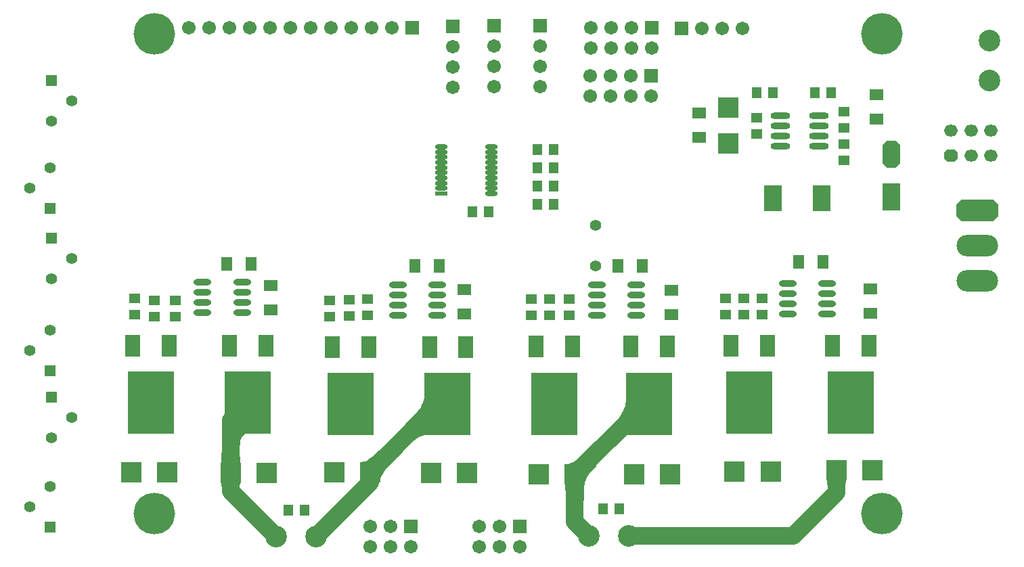
<source format=gbs>
G04 Layer_Color=16711935*
%FSLAX25Y25*%
%MOIN*%
G70*
G01*
G75*
%ADD68R,0.05800X0.06800*%
%ADD69R,0.04800X0.05800*%
%ADD78R,0.07800X0.10800*%
%ADD79R,0.22650X0.30721*%
%ADD80C,0.06706*%
%ADD81R,0.06706X0.06706*%
%ADD82O,0.06706X0.05800*%
G04:AMPARAMS|DCode=83|XSize=67.06mil|YSize=58mil|CornerRadius=0mil|HoleSize=0mil|Usage=FLASHONLY|Rotation=0.000|XOffset=0mil|YOffset=0mil|HoleType=Round|Shape=Octagon|*
%AMOCTAGOND83*
4,1,8,0.03353,-0.01450,0.03353,0.01450,0.01903,0.02900,-0.01903,0.02900,-0.03353,0.01450,-0.03353,-0.01450,-0.01903,-0.02900,0.01903,-0.02900,0.03353,-0.01450,0.0*
%
%ADD83OCTAGOND83*%

%ADD84C,0.10642*%
%ADD85C,0.05524*%
%ADD86R,0.06706X0.06706*%
%ADD87R,0.05524X0.05524*%
%ADD88O,0.20485X0.10642*%
G04:AMPARAMS|DCode=89|XSize=208mil|YSize=106.42mil|CornerRadius=0mil|HoleSize=0mil|Usage=FLASHONLY|Rotation=0.000|XOffset=0mil|YOffset=0mil|HoleType=Round|Shape=Octagon|*
%AMOCTAGOND89*
4,1,8,0.10400,-0.02661,0.10400,0.02661,0.07739,0.05321,-0.07739,0.05321,-0.10400,0.02661,-0.10400,-0.02661,-0.07739,-0.05321,0.07739,-0.05321,0.10400,-0.02661,0.0*
%
%ADD89OCTAGOND89*%

%ADD90C,0.20485*%
%ADD91R,0.09855X0.09855*%
G04:AMPARAMS|DCode=92|XSize=133.98mil|YSize=86.74mil|CornerRadius=0mil|HoleSize=0mil|Usage=FLASHONLY|Rotation=90.000|XOffset=0mil|YOffset=0mil|HoleType=Round|Shape=Octagon|*
%AMOCTAGOND92*
4,1,8,0.02168,0.06699,-0.02168,0.06699,-0.04337,0.04531,-0.04337,-0.04531,-0.02168,-0.06699,0.02168,-0.06699,0.04337,-0.04531,0.04337,0.04531,0.02168,0.06699,0.0*
%
%ADD92OCTAGOND92*%

%ADD93R,0.08674X0.13398*%
%ADD94R,0.09855X0.09855*%
%ADD95R,0.05800X0.04800*%
%ADD96R,0.06800X0.05800*%
%ADD97O,0.09658X0.03162*%
%ADD98O,0.06312X0.02375*%
%ADD99R,0.06312X0.02375*%
%ADD100O,0.08800X0.03162*%
%ADD101R,0.08674X0.12611*%
%ADD102C,0.08800*%
%ADD103C,0.05800*%
G36*
X109074Y43485D02*
X109092Y43485D01*
X109100Y43483D01*
X109109Y43483D01*
X109126Y43479D01*
X109144Y43477D01*
X109152Y43474D01*
X109160Y43473D01*
X109177Y43467D01*
X109195Y43462D01*
X109202Y43458D01*
X109210Y43456D01*
X109226Y43448D01*
X109242Y43440D01*
X109249Y43436D01*
X109257Y43433D01*
X109272Y43422D01*
X109287Y43413D01*
X109293Y43408D01*
X109300Y43403D01*
X109314Y43392D01*
X109328Y43380D01*
X109334Y43374D01*
X109340Y43369D01*
X109352Y43355D01*
X109364Y43342D01*
X109369Y43336D01*
X109374Y43330D01*
X109384Y43314D01*
X109395Y43300D01*
X109399Y43293D01*
X109404Y43286D01*
X109412Y43270D01*
X109420Y43254D01*
X109423Y43246D01*
X109427Y43239D01*
X109432Y43222D01*
X109439Y43205D01*
X109441Y43197D01*
X109444Y43189D01*
X109447Y43172D01*
X109451Y43154D01*
X109452Y43146D01*
X109454Y43138D01*
X109455Y43120D01*
X109457Y43102D01*
X109457Y43094D01*
X109457Y43085D01*
X109456Y43067D01*
X109456Y43049D01*
X109454Y43041D01*
X109454Y43033D01*
X109450Y43015D01*
X109448Y42998D01*
X109445Y42990D01*
X109444Y42982D01*
X109438Y42965D01*
X109433Y42947D01*
X109429Y42940D01*
X109427Y42932D01*
X109419Y42916D01*
X109411Y42899D01*
X109407Y42892D01*
X109404Y42885D01*
X109394Y42870D01*
X109384Y42855D01*
X109379Y42848D01*
X109374Y42841D01*
X109362Y42828D01*
X109351Y42814D01*
X109345Y42808D01*
X109340Y42802D01*
X109326Y42790D01*
X109313Y42778D01*
X109307Y42773D01*
X109300Y42767D01*
X109285Y42757D01*
X109271Y42747D01*
X109264Y42743D01*
X109257Y42738D01*
X109241Y42730D01*
X109234Y42727D01*
X109181Y42571D01*
X109122Y42292D01*
X109069Y41911D01*
X108989Y40848D01*
X108943Y38550D01*
X108941Y38528D01*
X108939Y38506D01*
X108938Y38502D01*
X108938Y38498D01*
X108933Y38476D01*
X108929Y38454D01*
X108928Y38451D01*
X108927Y38447D01*
X108919Y38426D01*
X108912Y38405D01*
X108910Y38401D01*
X108909Y38397D01*
X108899Y38378D01*
X108889Y38358D01*
X108887Y38354D01*
X108885Y38351D01*
X108872Y38333D01*
X108860Y38314D01*
X108857Y38311D01*
X108855Y38308D01*
X108840Y38292D01*
X108825Y38275D01*
X108822Y38272D01*
X108819Y38269D01*
X108803Y38255D01*
X108786Y38240D01*
X108782Y38238D01*
X108779Y38235D01*
X108761Y38223D01*
X108742Y38211D01*
X108739Y38209D01*
X108735Y38207D01*
X108715Y38198D01*
X108695Y38188D01*
X108691Y38186D01*
X108688Y38185D01*
X108667Y38178D01*
X108646Y38171D01*
X108642Y38170D01*
X108638Y38169D01*
X108616Y38165D01*
X108594Y38161D01*
X108590Y38160D01*
X108586Y38160D01*
X108564Y38159D01*
X108542Y38157D01*
X100542D01*
X100517Y38159D01*
X100492Y38160D01*
X100491Y38161D01*
X100489Y38161D01*
X100465Y38166D01*
X100440Y38170D01*
X100439Y38171D01*
X100438Y38171D01*
X100414Y38179D01*
X100391Y38187D01*
X100390Y38188D01*
X100388Y38188D01*
X100366Y38199D01*
X100343Y38210D01*
X100343Y38210D01*
X100341Y38211D01*
X100321Y38225D01*
X100300Y38239D01*
X100299Y38239D01*
X100298Y38240D01*
X100279Y38256D01*
X100260Y38273D01*
X100259Y38274D01*
X100258Y38275D01*
X100242Y38294D01*
X100225Y38312D01*
X100225Y38313D01*
X100224Y38314D01*
X100209Y38336D01*
X100196Y38356D01*
X100195Y38357D01*
X100195Y38358D01*
X100183Y38381D01*
X100172Y38403D01*
X100172Y38404D01*
X100171Y38405D01*
X100163Y38429D01*
X100155Y38452D01*
X100155Y38453D01*
X100155Y38454D01*
X100150Y38479D01*
X100145Y38504D01*
X100145Y38505D01*
X100144Y38506D01*
X100143Y38531D01*
X100141Y38556D01*
X100136Y39405D01*
X99958Y42307D01*
X99902Y42572D01*
X99849Y42727D01*
X99843Y42730D01*
X99827Y42738D01*
X99820Y42743D01*
X99813Y42747D01*
X99798Y42757D01*
X99783Y42767D01*
X99777Y42773D01*
X99770Y42778D01*
X99757Y42790D01*
X99744Y42802D01*
X99738Y42808D01*
X99732Y42814D01*
X99721Y42828D01*
X99709Y42841D01*
X99705Y42848D01*
X99699Y42855D01*
X99690Y42870D01*
X99680Y42885D01*
X99676Y42892D01*
X99672Y42899D01*
X99665Y42916D01*
X99657Y42932D01*
X99654Y42940D01*
X99651Y42947D01*
X99646Y42965D01*
X99640Y42982D01*
X99638Y42990D01*
X99636Y42998D01*
X99633Y43015D01*
X99630Y43033D01*
X99629Y43041D01*
X99628Y43049D01*
X99628Y43067D01*
X99626Y43085D01*
X99627Y43094D01*
X99627Y43102D01*
X99629Y43120D01*
X99630Y43138D01*
X99631Y43146D01*
X99632Y43154D01*
X99637Y43171D01*
X99640Y43189D01*
X99643Y43197D01*
X99645Y43205D01*
X99651Y43222D01*
X99657Y43239D01*
X99660Y43246D01*
X99664Y43254D01*
X99672Y43270D01*
X99680Y43286D01*
X99685Y43293D01*
X99689Y43300D01*
X99699Y43314D01*
X99709Y43330D01*
X99715Y43336D01*
X99720Y43342D01*
X99732Y43355D01*
X99744Y43369D01*
X99750Y43374D01*
X99756Y43380D01*
X99770Y43392D01*
X99783Y43403D01*
X99790Y43408D01*
X99796Y43413D01*
X99812Y43422D01*
X99827Y43433D01*
X99834Y43436D01*
X99841Y43440D01*
X99858Y43448D01*
X99874Y43456D01*
X99882Y43458D01*
X99889Y43462D01*
X99906Y43467D01*
X99923Y43473D01*
X99932Y43474D01*
X99939Y43477D01*
X99957Y43479D01*
X99975Y43483D01*
X99983Y43483D01*
X99991Y43485D01*
X100009Y43485D01*
X100027Y43486D01*
X109056D01*
X109074Y43485D01*
D02*
G37*
G36*
X407372Y44585D02*
X407388Y44585D01*
X407398Y44583D01*
X407409Y44583D01*
X407424Y44580D01*
X407440Y44578D01*
X407450Y44575D01*
X407460Y44573D01*
X407475Y44568D01*
X407490Y44563D01*
X407500Y44559D01*
X407510Y44556D01*
X407524Y44549D01*
X407539Y44543D01*
X407548Y44537D01*
X407557Y44533D01*
X407570Y44524D01*
X407584Y44516D01*
X407592Y44509D01*
X407600Y44503D01*
X407612Y44493D01*
X407625Y44483D01*
X407632Y44476D01*
X407640Y44469D01*
X407650Y44457D01*
X407661Y44446D01*
X407667Y44437D01*
X407674Y44429D01*
X407683Y44416D01*
X407693Y44404D01*
X407698Y44394D01*
X407703Y44386D01*
X407711Y44372D01*
X407718Y44358D01*
X407722Y44348D01*
X407727Y44339D01*
X407732Y44324D01*
X407738Y44309D01*
X407740Y44299D01*
X407744Y44289D01*
X407747Y44274D01*
X407751Y44258D01*
X407752Y44248D01*
X407754Y44238D01*
X407755Y44222D01*
X407757Y44206D01*
X407757Y44196D01*
X407757Y44185D01*
X407756Y44170D01*
X407756Y44154D01*
X407755Y44144D01*
X407754Y44133D01*
X407751Y44118D01*
X407748Y44102D01*
X407746Y44092D01*
X407744Y44082D01*
X407738Y44067D01*
X407734Y44052D01*
X407730Y44042D01*
X407727Y44032D01*
X407720Y44018D01*
X407714Y44003D01*
X407708Y43994D01*
X407703Y43985D01*
X407695Y43972D01*
X407687Y43958D01*
X407680Y43950D01*
X407674Y43941D01*
X407664Y43929D01*
X407654Y43917D01*
X407647Y43910D01*
X407640Y43902D01*
X407628Y43892D01*
X407617Y43881D01*
X407608Y43874D01*
X407600Y43867D01*
X407587Y43859D01*
X407575Y43849D01*
X407574Y43849D01*
X407551Y43799D01*
X407488Y43537D01*
X407425Y43124D01*
X407325Y41880D01*
X407248Y39041D01*
X407243Y37840D01*
X407241Y37815D01*
X407239Y37789D01*
X407239Y37789D01*
X407239Y37788D01*
X407234Y37764D01*
X407229Y37738D01*
X407229Y37737D01*
X407229Y37736D01*
X407221Y37713D01*
X407212Y37688D01*
X407212Y37688D01*
X407211Y37687D01*
X407200Y37664D01*
X407189Y37641D01*
X407189Y37641D01*
X407188Y37640D01*
X407174Y37619D01*
X407160Y37598D01*
X407159Y37597D01*
X407159Y37596D01*
X407142Y37577D01*
X407125Y37558D01*
X407125Y37558D01*
X407124Y37557D01*
X407104Y37540D01*
X407086Y37524D01*
X407085Y37523D01*
X407085Y37523D01*
X407064Y37509D01*
X407042Y37495D01*
X407041Y37494D01*
X407041Y37494D01*
X407019Y37483D01*
X406995Y37471D01*
X406994Y37471D01*
X406994Y37471D01*
X406970Y37463D01*
X406946Y37455D01*
X406945Y37454D01*
X406944Y37454D01*
X406919Y37449D01*
X406894Y37444D01*
X406893Y37444D01*
X406892Y37444D01*
X406867Y37443D01*
X406842Y37441D01*
X398842D01*
X398817Y37443D01*
X398791Y37444D01*
X398790Y37444D01*
X398790Y37444D01*
X398764Y37449D01*
X398740Y37454D01*
X398739Y37454D01*
X398738Y37455D01*
X398714Y37463D01*
X398690Y37471D01*
X398689Y37471D01*
X398688Y37471D01*
X398665Y37483D01*
X398643Y37494D01*
X398642Y37494D01*
X398641Y37495D01*
X398620Y37509D01*
X398599Y37523D01*
X398599Y37523D01*
X398598Y37524D01*
X398579Y37540D01*
X398560Y37557D01*
X398559Y37558D01*
X398558Y37558D01*
X398542Y37577D01*
X398525Y37596D01*
X398524Y37597D01*
X398524Y37598D01*
X398510Y37619D01*
X398496Y37640D01*
X398495Y37641D01*
X398495Y37641D01*
X398483Y37664D01*
X398472Y37687D01*
X398472Y37688D01*
X398471Y37688D01*
X398463Y37713D01*
X398455Y37736D01*
X398455Y37737D01*
X398455Y37738D01*
X398449Y37764D01*
X398445Y37788D01*
X398445Y37789D01*
X398444Y37789D01*
X398443Y37815D01*
X398441Y37840D01*
X398436Y39033D01*
X398117Y43831D01*
X398109Y43849D01*
X398109Y43849D01*
X398096Y43859D01*
X398083Y43867D01*
X398075Y43874D01*
X398067Y43881D01*
X398056Y43892D01*
X398044Y43902D01*
X398037Y43910D01*
X398029Y43917D01*
X398020Y43930D01*
X398009Y43941D01*
X398003Y43950D01*
X397997Y43958D01*
X397989Y43972D01*
X397980Y43985D01*
X397975Y43994D01*
X397970Y44003D01*
X397964Y44018D01*
X397957Y44032D01*
X397954Y44042D01*
X397949Y44052D01*
X397945Y44067D01*
X397940Y44082D01*
X397938Y44092D01*
X397935Y44102D01*
X397933Y44118D01*
X397930Y44133D01*
X397929Y44144D01*
X397928Y44154D01*
X397927Y44170D01*
X397926Y44185D01*
X397927Y44196D01*
X397927Y44206D01*
X397929Y44222D01*
X397930Y44238D01*
X397932Y44248D01*
X397933Y44258D01*
X397937Y44274D01*
X397940Y44289D01*
X397943Y44299D01*
X397946Y44309D01*
X397952Y44324D01*
X397957Y44339D01*
X397961Y44348D01*
X397965Y44358D01*
X397973Y44372D01*
X397980Y44386D01*
X397986Y44394D01*
X397991Y44404D01*
X398001Y44416D01*
X398009Y44429D01*
X398016Y44437D01*
X398022Y44446D01*
X398033Y44457D01*
X398044Y44469D01*
X398052Y44476D01*
X398059Y44483D01*
X398071Y44493D01*
X398083Y44503D01*
X398092Y44509D01*
X398100Y44516D01*
X398114Y44524D01*
X398127Y44533D01*
X398136Y44537D01*
X398145Y44543D01*
X398160Y44549D01*
X398174Y44556D01*
X398184Y44559D01*
X398193Y44563D01*
X398208Y44568D01*
X398223Y44573D01*
X398234Y44575D01*
X398244Y44578D01*
X398259Y44580D01*
X398275Y44583D01*
X398285Y44583D01*
X398296Y44585D01*
X398311Y44585D01*
X398327Y44586D01*
X407356D01*
X407372Y44585D01*
D02*
G37*
G36*
X278576Y57272D02*
X278579Y57272D01*
X278602Y57270D01*
X278625Y57269D01*
X278628Y57268D01*
X278631Y57268D01*
X278654Y57263D01*
X278677Y57259D01*
X278679Y57258D01*
X278682Y57257D01*
X278704Y57249D01*
X278726Y57242D01*
X278729Y57240D01*
X278732Y57239D01*
X278752Y57229D01*
X278773Y57219D01*
X278776Y57217D01*
X278779Y57215D01*
X278798Y57202D01*
X278817Y57189D01*
X278819Y57187D01*
X278822Y57186D01*
X278839Y57170D01*
X278856Y57155D01*
X284513Y51498D01*
X284528Y51481D01*
X284544Y51464D01*
X284546Y51461D01*
X284548Y51459D01*
X284560Y51439D01*
X284574Y51420D01*
X284575Y51417D01*
X284577Y51415D01*
X284587Y51394D01*
X284598Y51374D01*
X284599Y51371D01*
X284600Y51368D01*
X284607Y51346D01*
X284615Y51324D01*
X284616Y51321D01*
X284617Y51318D01*
X284621Y51296D01*
X284626Y51273D01*
X284626Y51270D01*
X284627Y51267D01*
X284629Y51244D01*
X284630Y51221D01*
X284630Y51218D01*
X284630Y51215D01*
X284629Y51191D01*
X284628Y51168D01*
X284627Y51165D01*
X284627Y51162D01*
X284623Y51140D01*
X284618Y51117D01*
X284617Y51114D01*
X284617Y51111D01*
X284610Y51089D01*
X284602Y51067D01*
X284601Y51064D01*
X284600Y51061D01*
X284590Y51041D01*
X284580Y51020D01*
X284578Y51017D01*
X284577Y51014D01*
X284564Y50995D01*
X284551Y50976D01*
X284549Y50973D01*
X284548Y50971D01*
X284532Y50953D01*
X284517Y50936D01*
X283450Y49835D01*
X281656Y47773D01*
X280936Y46822D01*
X280327Y45916D01*
X279833Y45062D01*
X279452Y44260D01*
X279185Y43513D01*
X279027Y42822D01*
X278972Y42153D01*
X278972Y42149D01*
X278972Y42146D01*
X278971Y42139D01*
X278970Y42133D01*
X278967Y42117D01*
X278965Y42101D01*
X278964Y42097D01*
X278963Y42094D01*
X278961Y42088D01*
X278960Y42082D01*
X278955Y42066D01*
X278950Y42051D01*
X278949Y42047D01*
X278948Y42044D01*
X278945Y42038D01*
X278943Y42032D01*
X278936Y42017D01*
X278929Y42003D01*
X278928Y41999D01*
X278926Y41996D01*
X278923Y41991D01*
X278920Y41985D01*
X278911Y41971D01*
X278903Y41958D01*
X278900Y41955D01*
X278898Y41952D01*
X278894Y41947D01*
X278891Y41941D01*
X278880Y41929D01*
X278870Y41916D01*
X278867Y41914D01*
X278865Y41911D01*
X278860Y41907D01*
X278856Y41902D01*
X278844Y41891D01*
X278832Y41880D01*
X278829Y41878D01*
X278827Y41875D01*
X278814Y41865D01*
X278775Y41758D01*
X278707Y41404D01*
X278643Y40869D01*
X278541Y39289D01*
X278459Y34179D01*
X278457Y34156D01*
X278456Y34133D01*
X278455Y34130D01*
X278455Y34127D01*
X278450Y34104D01*
X278445Y34082D01*
X278444Y34079D01*
X278444Y34075D01*
X278436Y34054D01*
X278429Y34032D01*
X278427Y34029D01*
X278426Y34026D01*
X278415Y34006D01*
X278405Y33985D01*
X278403Y33982D01*
X278402Y33979D01*
X278389Y33961D01*
X278376Y33941D01*
X278374Y33939D01*
X278372Y33936D01*
X278357Y33919D01*
X278342Y33902D01*
X278339Y33900D01*
X278337Y33898D01*
X278319Y33882D01*
X278302Y33867D01*
X278300Y33866D01*
X278297Y33863D01*
X278278Y33851D01*
X278259Y33838D01*
X278256Y33837D01*
X278253Y33835D01*
X278232Y33825D01*
X278212Y33815D01*
X278209Y33814D01*
X278206Y33813D01*
X278184Y33806D01*
X278162Y33798D01*
X278159Y33798D01*
X278156Y33797D01*
X278133Y33792D01*
X278111Y33788D01*
X278107Y33788D01*
X278104Y33787D01*
X278081Y33786D01*
X278058Y33785D01*
X270058D01*
X270032Y33786D01*
X270007Y33788D01*
X270007Y33788D01*
X270006Y33788D01*
X269980Y33793D01*
X269956Y33798D01*
X269955Y33798D01*
X269954Y33798D01*
X269931Y33806D01*
X269906Y33815D01*
X269905Y33815D01*
X269905Y33815D01*
X269882Y33826D01*
X269859Y33838D01*
X269858Y33838D01*
X269858Y33838D01*
X269836Y33853D01*
X269815Y33867D01*
X269815Y33867D01*
X269814Y33867D01*
X269795Y33884D01*
X269776Y33901D01*
X269775Y33902D01*
X269775Y33902D01*
X269758Y33921D01*
X269741Y33940D01*
X269741Y33941D01*
X269740Y33941D01*
X269726Y33962D01*
X269712Y33984D01*
X269711Y33985D01*
X269711Y33985D01*
X269700Y34007D01*
X269688Y34031D01*
X269688Y34031D01*
X269688Y34032D01*
X269680Y34056D01*
X269671Y34080D01*
X269671Y34081D01*
X269671Y34082D01*
X269666Y34106D01*
X269661Y34132D01*
X269661Y34132D01*
X269661Y34133D01*
X269659Y34158D01*
X269657Y34184D01*
X269652Y35692D01*
X269252Y41910D01*
X269251Y41911D01*
X269239Y41926D01*
X269226Y41941D01*
X269222Y41947D01*
X269218Y41952D01*
X269208Y41969D01*
X269197Y41985D01*
X269194Y41991D01*
X269190Y41996D01*
X269182Y42014D01*
X269173Y42032D01*
X269171Y42038D01*
X269169Y42044D01*
X269163Y42063D01*
X269156Y42082D01*
X269155Y42088D01*
X269153Y42094D01*
X269150Y42114D01*
X269146Y42133D01*
X269146Y42139D01*
X269145Y42146D01*
X269144Y42165D01*
X269143Y42185D01*
X269143Y42192D01*
X269143Y42198D01*
X269145Y42218D01*
X269146Y42238D01*
X269147Y42244D01*
X269148Y42250D01*
X269153Y42270D01*
X269156Y42289D01*
X269158Y42295D01*
X269160Y42301D01*
X269167Y42320D01*
X269173Y42339D01*
X269176Y42344D01*
X269178Y42350D01*
X269188Y42368D01*
X269197Y42386D01*
X269200Y42391D01*
X269203Y42397D01*
X269215Y42413D01*
X269226Y42430D01*
X269230Y42434D01*
X269233Y42439D01*
X269247Y42454D01*
X269260Y42469D01*
X269265Y42473D01*
X269269Y42478D01*
X269285Y42490D01*
X269300Y42503D01*
X269305Y42507D01*
X269310Y42511D01*
X269327Y42522D01*
X269343Y42533D01*
X269349Y42535D01*
X269354Y42539D01*
X269372Y42547D01*
X269390Y42556D01*
X269396Y42558D01*
X269402Y42560D01*
X269421Y42566D01*
X269440Y42573D01*
X269446Y42574D01*
X269452Y42576D01*
X269472Y42579D01*
X269491Y42583D01*
X269498Y42583D01*
X269504Y42584D01*
X269524Y42585D01*
X269544Y42586D01*
X277605D01*
X269260Y50931D01*
X269254Y50939D01*
X269246Y50946D01*
X269236Y50958D01*
X269226Y50971D01*
X269220Y50979D01*
X269214Y50987D01*
X269205Y51001D01*
X269197Y51014D01*
X269192Y51023D01*
X269187Y51032D01*
X269180Y51047D01*
X269173Y51061D01*
X269170Y51071D01*
X269166Y51080D01*
X269162Y51095D01*
X269156Y51111D01*
X269155Y51121D01*
X269152Y51130D01*
X269149Y51146D01*
X269146Y51162D01*
X269146Y51172D01*
X269144Y51182D01*
X269144Y51198D01*
X269143Y51215D01*
X269143Y51225D01*
X269143Y51235D01*
X269145Y51251D01*
X269146Y51267D01*
X269148Y51277D01*
X269149Y51287D01*
X269153Y51302D01*
X269156Y51318D01*
X269160Y51328D01*
X269162Y51337D01*
X269168Y51353D01*
X269173Y51368D01*
X269178Y51377D01*
X269181Y51386D01*
X269189Y51400D01*
X269197Y51415D01*
X269202Y51423D01*
X269207Y51432D01*
X269217Y51445D01*
X269226Y51459D01*
X269232Y51466D01*
X269238Y51474D01*
X269250Y51486D01*
X269260Y51498D01*
X269268Y51505D01*
X269275Y51512D01*
X269287Y51522D01*
X269300Y51533D01*
X269308Y51538D01*
X269316Y51544D01*
X269330Y51553D01*
X269343Y51562D01*
X269352Y51566D01*
X269361Y51571D01*
X269376Y51578D01*
X269390Y51585D01*
X269400Y51588D01*
X269409Y51592D01*
X269425Y51596D01*
X269440Y51602D01*
X269450Y51604D01*
X269459Y51607D01*
X269476Y51609D01*
X269491Y51612D01*
X269501Y51613D01*
X269511Y51614D01*
X270180Y51668D01*
X270871Y51826D01*
X271619Y52094D01*
X272420Y52475D01*
X273275Y52969D01*
X274180Y53577D01*
X275131Y54298D01*
X277193Y56092D01*
X278294Y57159D01*
X278311Y57174D01*
X278329Y57189D01*
X278331Y57191D01*
X278334Y57193D01*
X278353Y57206D01*
X278372Y57219D01*
X278375Y57220D01*
X278378Y57222D01*
X278398Y57231D01*
X278419Y57242D01*
X278422Y57243D01*
X278425Y57244D01*
X278447Y57251D01*
X278469Y57259D01*
X278472Y57259D01*
X278475Y57260D01*
X278497Y57264D01*
X278520Y57269D01*
X278524Y57269D01*
X278527Y57270D01*
X278550Y57271D01*
X278573Y57272D01*
X278576Y57272D01*
D02*
G37*
G36*
X177676Y58472D02*
X177679Y58472D01*
X177702Y58470D01*
X177725Y58469D01*
X177728Y58468D01*
X177731Y58468D01*
X177754Y58463D01*
X177777Y58459D01*
X177779Y58458D01*
X177782Y58457D01*
X177804Y58449D01*
X177826Y58442D01*
X177829Y58440D01*
X177832Y58439D01*
X177852Y58429D01*
X177873Y58419D01*
X177876Y58417D01*
X177878Y58415D01*
X177898Y58402D01*
X177917Y58389D01*
X177919Y58387D01*
X177922Y58386D01*
X177939Y58370D01*
X177956Y58355D01*
X183613Y52698D01*
X183628Y52681D01*
X183644Y52663D01*
X183646Y52661D01*
X183648Y52659D01*
X183660Y52640D01*
X183674Y52620D01*
X183675Y52618D01*
X183677Y52615D01*
X183687Y52595D01*
X183698Y52574D01*
X183699Y52571D01*
X183700Y52568D01*
X183707Y52546D01*
X183715Y52524D01*
X183716Y52521D01*
X183717Y52518D01*
X183721Y52496D01*
X183726Y52473D01*
X183726Y52470D01*
X183727Y52467D01*
X183729Y52444D01*
X183730Y52421D01*
X183730Y52418D01*
X183730Y52415D01*
X183729Y52391D01*
X183728Y52368D01*
X183727Y52365D01*
X183727Y52362D01*
X183722Y52340D01*
X183718Y52317D01*
X183717Y52314D01*
X183717Y52311D01*
X183710Y52289D01*
X183702Y52267D01*
X183701Y52264D01*
X183700Y52261D01*
X183690Y52241D01*
X183680Y52219D01*
X183678Y52217D01*
X183677Y52214D01*
X183664Y52195D01*
X183651Y52175D01*
X183649Y52173D01*
X183648Y52170D01*
X183633Y52153D01*
X183617Y52135D01*
X182550Y51035D01*
X180756Y48973D01*
X180036Y48022D01*
X179427Y47116D01*
X178933Y46262D01*
X178552Y45460D01*
X178285Y44713D01*
X178127Y44022D01*
X178072Y43353D01*
X178071Y43343D01*
X178070Y43333D01*
X178067Y43317D01*
X178065Y43301D01*
X178062Y43292D01*
X178060Y43282D01*
X178055Y43266D01*
X178050Y43251D01*
X178046Y43242D01*
X178043Y43232D01*
X178036Y43217D01*
X178030Y43203D01*
X178024Y43194D01*
X178020Y43185D01*
X178011Y43172D01*
X178003Y43158D01*
X177996Y43150D01*
X177991Y43141D01*
X177980Y43129D01*
X177970Y43117D01*
X177963Y43110D01*
X177956Y43102D01*
X177944Y43091D01*
X177932Y43080D01*
X177924Y43074D01*
X177917Y43067D01*
X177903Y43058D01*
X177890Y43049D01*
X177882Y43044D01*
X177873Y43038D01*
X177859Y43031D01*
X177845Y43023D01*
X177835Y43020D01*
X177826Y43015D01*
X177811Y43010D01*
X177796Y43004D01*
X177786Y43001D01*
X177777Y42998D01*
X177761Y42995D01*
X177745Y42991D01*
X177735Y42990D01*
X177725Y42988D01*
X177709Y42987D01*
X177693Y42985D01*
X177683Y42985D01*
X177673Y42985D01*
X177657Y42986D01*
X177640Y42986D01*
X177630Y42987D01*
X177620Y42988D01*
X177605Y42991D01*
X177588Y42994D01*
X177579Y42996D01*
X177569Y42998D01*
X177554Y43003D01*
X177538Y43008D01*
X177529Y43012D01*
X177519Y43015D01*
X177505Y43022D01*
X177490Y43029D01*
X177481Y43034D01*
X177472Y43038D01*
X177459Y43047D01*
X177445Y43056D01*
X177437Y43062D01*
X177429Y43067D01*
X177417Y43078D01*
X177404Y43088D01*
X177397Y43095D01*
X177389Y43102D01*
X168360Y52131D01*
X168354Y52139D01*
X168346Y52146D01*
X168336Y52158D01*
X168326Y52170D01*
X168320Y52179D01*
X168314Y52187D01*
X168306Y52201D01*
X168297Y52214D01*
X168292Y52223D01*
X168287Y52232D01*
X168280Y52246D01*
X168273Y52261D01*
X168270Y52271D01*
X168266Y52280D01*
X168262Y52295D01*
X168256Y52311D01*
X168254Y52321D01*
X168252Y52330D01*
X168249Y52346D01*
X168246Y52362D01*
X168246Y52372D01*
X168244Y52382D01*
X168244Y52398D01*
X168243Y52415D01*
X168243Y52425D01*
X168243Y52435D01*
X168245Y52451D01*
X168246Y52467D01*
X168248Y52477D01*
X168249Y52487D01*
X168253Y52502D01*
X168256Y52518D01*
X168260Y52528D01*
X168262Y52538D01*
X168268Y52552D01*
X168273Y52568D01*
X168278Y52577D01*
X168281Y52586D01*
X168289Y52600D01*
X168297Y52615D01*
X168302Y52623D01*
X168307Y52632D01*
X168317Y52645D01*
X168326Y52659D01*
X168332Y52666D01*
X168338Y52674D01*
X168350Y52686D01*
X168360Y52698D01*
X168368Y52705D01*
X168375Y52712D01*
X168387Y52722D01*
X168400Y52733D01*
X168408Y52738D01*
X168416Y52744D01*
X168430Y52753D01*
X168443Y52762D01*
X168452Y52766D01*
X168461Y52771D01*
X168476Y52778D01*
X168490Y52785D01*
X168500Y52788D01*
X168509Y52792D01*
X168525Y52797D01*
X168540Y52802D01*
X168550Y52804D01*
X168559Y52807D01*
X168576Y52809D01*
X168591Y52812D01*
X168601Y52813D01*
X168611Y52814D01*
X169280Y52868D01*
X169971Y53026D01*
X170719Y53294D01*
X171520Y53675D01*
X172375Y54169D01*
X173280Y54777D01*
X174231Y55498D01*
X176293Y57292D01*
X177394Y58359D01*
X177411Y58374D01*
X177429Y58389D01*
X177431Y58391D01*
X177434Y58393D01*
X177453Y58406D01*
X177472Y58419D01*
X177475Y58420D01*
X177478Y58422D01*
X177498Y58432D01*
X177519Y58442D01*
X177522Y58443D01*
X177525Y58444D01*
X177547Y58451D01*
X177569Y58459D01*
X177572Y58459D01*
X177575Y58460D01*
X177597Y58464D01*
X177620Y58469D01*
X177624Y58469D01*
X177627Y58470D01*
X177650Y58471D01*
X177673Y58472D01*
X177676Y58472D01*
D02*
G37*
G36*
X112547Y67580D02*
X112552Y67580D01*
X112573Y67578D01*
X112594Y67577D01*
X112599Y67576D01*
X112604Y67575D01*
X112625Y67571D01*
X112646Y67566D01*
X112651Y67565D01*
X112656Y67563D01*
X112675Y67556D01*
X112695Y67550D01*
X112700Y67547D01*
X112705Y67545D01*
X112723Y67536D01*
X112742Y67526D01*
X112747Y67523D01*
X112751Y67521D01*
X112768Y67509D01*
X112786Y67497D01*
X112790Y67494D01*
X112794Y67491D01*
X112810Y67476D01*
X112825Y67463D01*
X112829Y67459D01*
X112832Y67455D01*
X112846Y67439D01*
X112860Y67423D01*
X112863Y67419D01*
X112866Y67415D01*
X112877Y67397D01*
X112889Y67380D01*
X112891Y67375D01*
X112894Y67370D01*
X112903Y67351D01*
X112912Y67333D01*
X112914Y67328D01*
X112916Y67323D01*
X112922Y67303D01*
X112929Y67283D01*
X112930Y67278D01*
X112932Y67273D01*
X112935Y67252D01*
X112939Y67232D01*
X112940Y67226D01*
X112941Y67221D01*
X112941Y67200D01*
X112943Y67179D01*
X112942Y67174D01*
X112943Y67169D01*
X112941Y67148D01*
X112939Y67127D01*
X112938Y67122D01*
X112938Y67116D01*
X112933Y67096D01*
X112929Y67075D01*
X112927Y67071D01*
X112926Y67065D01*
X112919Y67046D01*
X112912Y67026D01*
X112910Y67021D01*
X112908Y67016D01*
X112898Y66998D01*
X112889Y66979D01*
X112886Y66974D01*
X112884Y66970D01*
X112871Y66953D01*
X112860Y66935D01*
X112856Y66931D01*
X112853Y66927D01*
X112839Y66911D01*
X112825Y66896D01*
X112821Y66892D01*
X112818Y66888D01*
X112802Y66875D01*
X112786Y66861D01*
X112782Y66858D01*
X112777Y66855D01*
X112760Y66844D01*
X112742Y66832D01*
X112738Y66830D01*
X112733Y66827D01*
X112714Y66818D01*
X112695Y66809D01*
X112690Y66807D01*
X112686Y66805D01*
X112665Y66799D01*
X112646Y66792D01*
X112640Y66791D01*
X112635Y66789D01*
X112615Y66786D01*
X112594Y66782D01*
X112589Y66781D01*
X112584Y66781D01*
X111871Y66705D01*
X111283Y66498D01*
X110763Y66152D01*
X110303Y65656D01*
X109901Y64998D01*
X109562Y64171D01*
X109294Y63174D01*
X109100Y62009D01*
X108982Y60676D01*
X108946Y59281D01*
X108948Y58608D01*
X109348Y52390D01*
X109348Y52389D01*
X109361Y52374D01*
X109374Y52359D01*
X109378Y52353D01*
X109382Y52349D01*
X109392Y52332D01*
X109404Y52315D01*
X109406Y52309D01*
X109410Y52304D01*
X109418Y52286D01*
X109427Y52268D01*
X109429Y52262D01*
X109431Y52256D01*
X109437Y52237D01*
X109444Y52218D01*
X109445Y52212D01*
X109447Y52206D01*
X109450Y52186D01*
X109454Y52167D01*
X109454Y52161D01*
X109455Y52154D01*
X109456Y52135D01*
X109457Y52115D01*
X109457Y52108D01*
X109457Y52102D01*
X109455Y52082D01*
X109454Y52062D01*
X109453Y52056D01*
X109452Y52050D01*
X109448Y52030D01*
X109444Y52011D01*
X109442Y52005D01*
X109440Y51999D01*
X109433Y51980D01*
X109427Y51961D01*
X109424Y51956D01*
X109422Y51950D01*
X109412Y51932D01*
X109404Y51914D01*
X109400Y51909D01*
X109397Y51903D01*
X109385Y51887D01*
X109374Y51871D01*
X109370Y51866D01*
X109367Y51861D01*
X109353Y51846D01*
X109340Y51831D01*
X109335Y51827D01*
X109331Y51822D01*
X109315Y51810D01*
X109300Y51797D01*
X109295Y51793D01*
X109290Y51789D01*
X109273Y51778D01*
X109257Y51767D01*
X109251Y51765D01*
X109246Y51761D01*
X109228Y51753D01*
X109210Y51744D01*
X109204Y51742D01*
X109198Y51740D01*
X109179Y51734D01*
X109160Y51727D01*
X109154Y51726D01*
X109148Y51724D01*
X109128Y51721D01*
X109109Y51717D01*
X109102Y51717D01*
X109096Y51716D01*
X109076Y51715D01*
X109056Y51714D01*
X100027D01*
X100007Y51715D01*
X99987Y51716D01*
X99981Y51717D01*
X99975Y51717D01*
X99955Y51721D01*
X99936Y51724D01*
X99930Y51726D01*
X99923Y51727D01*
X99904Y51734D01*
X99885Y51740D01*
X99880Y51742D01*
X99874Y51744D01*
X99856Y51753D01*
X99838Y51761D01*
X99832Y51765D01*
X99827Y51767D01*
X99810Y51778D01*
X99793Y51789D01*
X99788Y51793D01*
X99783Y51797D01*
X99768Y51810D01*
X99753Y51822D01*
X99748Y51827D01*
X99744Y51831D01*
X99731Y51846D01*
X99717Y51861D01*
X99713Y51866D01*
X99709Y51871D01*
X99698Y51887D01*
X99686Y51903D01*
X99683Y51909D01*
X99680Y51914D01*
X99671Y51932D01*
X99662Y51950D01*
X99660Y51956D01*
X99657Y51961D01*
X99651Y51980D01*
X99643Y51999D01*
X99642Y52005D01*
X99640Y52011D01*
X99636Y52030D01*
X99632Y52050D01*
X99631Y52056D01*
X99630Y52062D01*
X99629Y52082D01*
X99627Y52102D01*
X99627Y52108D01*
X99626Y52115D01*
X99628Y52135D01*
X99628Y52154D01*
X99629Y52161D01*
X99630Y52167D01*
X99634Y52187D01*
X99637Y52206D01*
X99639Y52212D01*
X99640Y52218D01*
X99647Y52237D01*
X99652Y52256D01*
X99655Y52262D01*
X99657Y52268D01*
X99666Y52286D01*
X99674Y52304D01*
X99677Y52309D01*
X99680Y52315D01*
X99691Y52331D01*
X99702Y52349D01*
X99706Y52353D01*
X99709Y52359D01*
X99722Y52374D01*
X99735Y52389D01*
X99740Y52393D01*
X99744Y52398D01*
X99759Y52411D01*
X99773Y52425D01*
X99786Y52435D01*
X99825Y52542D01*
X99893Y52896D01*
X99957Y53431D01*
X100059Y55011D01*
X100141Y60121D01*
X100143Y60144D01*
X100144Y60167D01*
X100145Y60170D01*
X100145Y60173D01*
X100150Y60196D01*
X100151Y60202D01*
X100156Y60703D01*
X100157Y60714D01*
X100157Y60725D01*
X100389Y64325D01*
X100391Y64343D01*
X100393Y64362D01*
X100532Y65242D01*
X100536Y65256D01*
X100538Y65271D01*
X100708Y65991D01*
X100715Y66013D01*
X100721Y66035D01*
X100922Y66595D01*
X100926Y66604D01*
X100929Y66613D01*
X100936Y66628D01*
X100943Y66643D01*
X100948Y66651D01*
X100952Y66660D01*
X101184Y67060D01*
X101189Y67067D01*
X101193Y67075D01*
X101204Y67089D01*
X101214Y67104D01*
X101219Y67110D01*
X101225Y67117D01*
X101237Y67130D01*
X101248Y67143D01*
X101255Y67149D01*
X101261Y67155D01*
X101524Y67395D01*
X101537Y67405D01*
X101549Y67416D01*
X101557Y67422D01*
X101565Y67428D01*
X101579Y67436D01*
X101592Y67445D01*
X101601Y67450D01*
X101610Y67455D01*
X101625Y67462D01*
X101639Y67469D01*
X101648Y67472D01*
X101658Y67476D01*
X101673Y67481D01*
X101689Y67486D01*
X101982Y67566D01*
X101983Y67566D01*
X101984Y67566D01*
X102009Y67571D01*
X102034Y67576D01*
X102035Y67576D01*
X102035Y67577D01*
X102061Y67578D01*
X102086Y67580D01*
X102087Y67580D01*
X102088Y67580D01*
X112542D01*
X112547Y67580D01*
D02*
G37*
G36*
X200510Y86944D02*
X200520Y86944D01*
X200536Y86942D01*
X200552Y86941D01*
X200562Y86939D01*
X200572Y86938D01*
X200588Y86934D01*
X200604Y86930D01*
X200613Y86927D01*
X200623Y86925D01*
X200638Y86919D01*
X200653Y86914D01*
X200662Y86909D01*
X200672Y86905D01*
X200686Y86897D01*
X200700Y86890D01*
X200709Y86885D01*
X200718Y86880D01*
X200730Y86870D01*
X200744Y86861D01*
X200752Y86854D01*
X200760Y86849D01*
X200771Y86837D01*
X200783Y86827D01*
X200790Y86819D01*
X200797Y86812D01*
X200807Y86799D01*
X200818Y86787D01*
X200824Y86779D01*
X200830Y86771D01*
X200838Y86757D01*
X200847Y86743D01*
X200851Y86735D01*
X200857Y86726D01*
X200863Y86711D01*
X200870Y86696D01*
X200873Y86687D01*
X200877Y86678D01*
X200882Y86662D01*
X200887Y86647D01*
X200889Y86637D01*
X200892Y86627D01*
X200894Y86611D01*
X200897Y86595D01*
X200898Y86585D01*
X200899Y86575D01*
X200900Y86559D01*
X200901Y86543D01*
X200889Y66452D01*
X200887Y66434D01*
X200887Y66416D01*
X200886Y66408D01*
X200885Y66400D01*
X200882Y66382D01*
X200879Y66365D01*
X200877Y66357D01*
X200875Y66348D01*
X200869Y66331D01*
X200864Y66314D01*
X200861Y66307D01*
X200858Y66299D01*
X200850Y66283D01*
X200843Y66266D01*
X200838Y66259D01*
X200835Y66252D01*
X200825Y66237D01*
X200816Y66222D01*
X200810Y66215D01*
X200806Y66208D01*
X200794Y66195D01*
X200783Y66181D01*
X200777Y66175D01*
X200771Y66169D01*
X200758Y66157D01*
X200745Y66145D01*
X200738Y66140D01*
X200732Y66134D01*
X200717Y66124D01*
X200702Y66114D01*
X200695Y66110D01*
X200688Y66105D01*
X200672Y66097D01*
X200656Y66089D01*
X200648Y66086D01*
X200641Y66082D01*
X200624Y66076D01*
X200607Y66070D01*
X200599Y66068D01*
X200591Y66065D01*
X200574Y66062D01*
X200556Y66057D01*
X200548Y66057D01*
X200540Y66055D01*
X200522Y66054D01*
X200504Y66052D01*
X199903Y66027D01*
X199330Y65955D01*
X198768Y65836D01*
X198218Y65668D01*
X197677Y65452D01*
X197147Y65188D01*
X196625Y64874D01*
X196112Y64510D01*
X195609Y64096D01*
X195105Y63624D01*
X195090Y63611D01*
X195075Y63598D01*
X195070Y63594D01*
X195065Y63590D01*
X195048Y63580D01*
X195031Y63569D01*
X195026Y63566D01*
X195020Y63563D01*
X195002Y63554D01*
X194984Y63546D01*
X194978Y63543D01*
X194973Y63541D01*
X194954Y63535D01*
X194935Y63529D01*
X194929Y63528D01*
X194922Y63526D01*
X194903Y63522D01*
X194883Y63519D01*
X194877Y63518D01*
X194871Y63517D01*
X194851Y63516D01*
X194831Y63515D01*
X194825Y63515D01*
X194818Y63515D01*
X194799Y63517D01*
X194779Y63519D01*
X194772Y63520D01*
X194766Y63520D01*
X194747Y63525D01*
X194727Y63529D01*
X194721Y63531D01*
X194715Y63532D01*
X194696Y63539D01*
X194677Y63546D01*
X194672Y63548D01*
X194666Y63551D01*
X194648Y63560D01*
X194631Y63569D01*
X194625Y63572D01*
X194620Y63575D01*
X194604Y63587D01*
X194587Y63598D01*
X194582Y63602D01*
X194577Y63606D01*
X194562Y63619D01*
X194547Y63632D01*
X194543Y63637D01*
X194539Y63642D01*
X194526Y63657D01*
X194513Y63672D01*
X194509Y63677D01*
X194505Y63682D01*
X194495Y63699D01*
X194484Y63715D01*
X194481Y63721D01*
X194478Y63726D01*
X194469Y63745D01*
X194461Y63762D01*
X194459Y63768D01*
X194456Y63774D01*
X194450Y63793D01*
X194444Y63812D01*
X194442Y63818D01*
X194441Y63824D01*
X194437Y63844D01*
X194433Y63864D01*
X194433Y63870D01*
X194432Y63876D01*
X194431Y63896D01*
X194430Y63916D01*
Y75230D01*
X194431Y75251D01*
X194432Y75272D01*
X194433Y75277D01*
X194433Y75282D01*
X194438Y75303D01*
X194441Y75323D01*
X194443Y75328D01*
X194444Y75333D01*
X194451Y75353D01*
X194457Y75374D01*
X194459Y75378D01*
X194461Y75383D01*
X194470Y75402D01*
X194479Y75421D01*
X194482Y75425D01*
X194484Y75430D01*
X194495Y75447D01*
X194507Y75465D01*
X194510Y75469D01*
X194513Y75474D01*
X194527Y75489D01*
X194540Y75506D01*
X195609Y76631D01*
X196557Y77745D01*
X197392Y78857D01*
X198113Y79966D01*
X198722Y81070D01*
X199219Y82171D01*
X199604Y83268D01*
X199879Y84362D01*
X200043Y85454D01*
X200099Y86564D01*
X200101Y86580D01*
X200102Y86596D01*
X200104Y86606D01*
X200106Y86616D01*
X200110Y86631D01*
X200113Y86647D01*
X200116Y86657D01*
X200118Y86667D01*
X200124Y86682D01*
X200130Y86697D01*
X200134Y86706D01*
X200138Y86715D01*
X200146Y86729D01*
X200153Y86744D01*
X200158Y86752D01*
X200163Y86761D01*
X200173Y86774D01*
X200182Y86787D01*
X200189Y86795D01*
X200195Y86803D01*
X200206Y86815D01*
X200217Y86827D01*
X200224Y86834D01*
X200231Y86841D01*
X200244Y86851D01*
X200256Y86861D01*
X200264Y86867D01*
X200272Y86873D01*
X200286Y86882D01*
X200300Y86891D01*
X200309Y86895D01*
X200317Y86900D01*
X200332Y86906D01*
X200347Y86914D01*
X200356Y86917D01*
X200365Y86921D01*
X200381Y86925D01*
X200396Y86931D01*
X200406Y86932D01*
X200416Y86935D01*
X200432Y86938D01*
X200448Y86941D01*
X200458Y86941D01*
X200468Y86943D01*
X200484Y86943D01*
X200500Y86944D01*
X200510Y86944D01*
D02*
G37*
G36*
X299710Y84044D02*
X299720Y84044D01*
X299736Y84042D01*
X299752Y84041D01*
X299762Y84039D01*
X299772Y84038D01*
X299788Y84034D01*
X299804Y84030D01*
X299813Y84027D01*
X299823Y84025D01*
X299838Y84019D01*
X299853Y84013D01*
X299862Y84009D01*
X299872Y84005D01*
X299886Y83997D01*
X299901Y83990D01*
X299909Y83985D01*
X299918Y83980D01*
X299931Y83970D01*
X299944Y83961D01*
X299952Y83955D01*
X299960Y83948D01*
X299971Y83937D01*
X299983Y83927D01*
X299990Y83919D01*
X299997Y83912D01*
X300007Y83899D01*
X300018Y83887D01*
X300024Y83879D01*
X300030Y83871D01*
X300038Y83857D01*
X300047Y83843D01*
X300051Y83834D01*
X300057Y83826D01*
X300063Y83811D01*
X300070Y83797D01*
X300074Y83787D01*
X300078Y83778D01*
X300082Y83762D01*
X300087Y83747D01*
X300089Y83737D01*
X300092Y83727D01*
X300094Y83711D01*
X300097Y83695D01*
X300098Y83685D01*
X300099Y83675D01*
X300100Y83659D01*
X300101Y83643D01*
X300089Y66652D01*
X300089Y66652D01*
X300089Y66652D01*
X300087Y66626D01*
X300085Y66600D01*
X300085Y66600D01*
X300085Y66599D01*
X300080Y66576D01*
X300075Y66548D01*
X300075Y66548D01*
X300075Y66548D01*
X300067Y66525D01*
X300058Y66499D01*
X300058Y66499D01*
X300058Y66498D01*
X300045Y66473D01*
X300035Y66452D01*
X300035Y66452D01*
X300035Y66451D01*
X300019Y66428D01*
X300006Y66408D01*
X300006Y66408D01*
X300005Y66408D01*
X299988Y66388D01*
X299971Y66369D01*
X299971Y66369D01*
X299971Y66368D01*
X294314Y60732D01*
X294295Y60715D01*
X294275Y60698D01*
X294275Y60698D01*
X294274Y60697D01*
X294252Y60683D01*
X294231Y60669D01*
X294231Y60669D01*
X294231Y60668D01*
X294204Y60655D01*
X294184Y60646D01*
X294184Y60645D01*
X294184Y60645D01*
X294157Y60636D01*
X294135Y60629D01*
X294134Y60629D01*
X294134Y60628D01*
X294106Y60623D01*
X294083Y60619D01*
X294083Y60618D01*
X294082Y60618D01*
X294055Y60617D01*
X294031Y60615D01*
X294031Y60615D01*
X294030Y60615D01*
X294003Y60617D01*
X293979Y60619D01*
X293978Y60619D01*
X293978Y60619D01*
X293952Y60624D01*
X293927Y60629D01*
X293927Y60629D01*
X293927Y60629D01*
X293902Y60637D01*
X293878Y60646D01*
X293877Y60646D01*
X293877Y60646D01*
X293852Y60658D01*
X293830Y60669D01*
X293830Y60669D01*
X293830Y60669D01*
X293807Y60685D01*
X293787Y60698D01*
X293787Y60698D01*
X293786Y60698D01*
X293766Y60716D01*
X293747Y60732D01*
X293747Y60733D01*
X293747Y60733D01*
X293729Y60753D01*
X293713Y60772D01*
X293713Y60772D01*
X293712Y60772D01*
X293696Y60797D01*
X293684Y60816D01*
X293684Y60816D01*
X293683Y60816D01*
X293670Y60844D01*
X293661Y60862D01*
X293660Y60863D01*
X293660Y60863D01*
X293651Y60890D01*
X293644Y60912D01*
X293644Y60913D01*
X293644Y60913D01*
X293638Y60941D01*
X293634Y60964D01*
X293634Y60964D01*
X293633Y60964D01*
X293632Y60992D01*
X293630Y61016D01*
Y72330D01*
X293632Y72351D01*
X293632Y72372D01*
X293633Y72377D01*
X293634Y72382D01*
X293638Y72403D01*
X293641Y72423D01*
X293643Y72428D01*
X293644Y72433D01*
X293651Y72453D01*
X293657Y72474D01*
X293659Y72478D01*
X293661Y72483D01*
X293670Y72502D01*
X293679Y72521D01*
X293682Y72526D01*
X293684Y72530D01*
X293695Y72548D01*
X293707Y72565D01*
X293710Y72569D01*
X293713Y72574D01*
X293727Y72589D01*
X293740Y72606D01*
X294809Y73731D01*
X295757Y74845D01*
X296592Y75957D01*
X297313Y77065D01*
X297922Y78170D01*
X298418Y79271D01*
X298804Y80368D01*
X299078Y81462D01*
X299243Y82554D01*
X299300Y83664D01*
X299301Y83680D01*
X299302Y83696D01*
X299304Y83706D01*
X299306Y83716D01*
X299309Y83731D01*
X299313Y83747D01*
X299316Y83757D01*
X299318Y83767D01*
X299324Y83782D01*
X299330Y83797D01*
X299334Y83806D01*
X299338Y83815D01*
X299346Y83829D01*
X299353Y83844D01*
X299358Y83852D01*
X299363Y83861D01*
X299373Y83874D01*
X299382Y83888D01*
X299389Y83895D01*
X299395Y83903D01*
X299406Y83915D01*
X299417Y83927D01*
X299424Y83934D01*
X299431Y83941D01*
X299444Y83951D01*
X299456Y83961D01*
X299464Y83967D01*
X299472Y83973D01*
X299486Y83982D01*
X299500Y83991D01*
X299509Y83995D01*
X299517Y84000D01*
X299532Y84007D01*
X299547Y84014D01*
X299556Y84017D01*
X299565Y84021D01*
X299581Y84025D01*
X299596Y84031D01*
X299606Y84032D01*
X299616Y84035D01*
X299632Y84038D01*
X299648Y84041D01*
X299658Y84041D01*
X299668Y84043D01*
X299684Y84043D01*
X299700Y84044D01*
X299710Y84044D01*
D02*
G37*
D68*
X307300Y149400D02*
D03*
X295300D02*
D03*
X396400Y151600D02*
D03*
X384400D02*
D03*
X114700Y150600D02*
D03*
X102700D02*
D03*
X207300Y149600D02*
D03*
X195300D02*
D03*
D69*
X392200Y235000D02*
D03*
X400200D02*
D03*
X371700D02*
D03*
X363700D02*
D03*
X263700Y179700D02*
D03*
X255700D02*
D03*
X263700Y188700D02*
D03*
X255700D02*
D03*
X263700Y197700D02*
D03*
X255700D02*
D03*
X263700Y206700D02*
D03*
X255700D02*
D03*
X223700Y176200D02*
D03*
X231700D02*
D03*
X287800Y29900D02*
D03*
X295800D02*
D03*
X133000Y29200D02*
D03*
X141000D02*
D03*
D78*
X104024Y110300D02*
D03*
X121976D02*
D03*
X154624Y109573D02*
D03*
X172576D02*
D03*
X56247Y110300D02*
D03*
X74200D02*
D03*
X202424Y109573D02*
D03*
X220376D02*
D03*
X400824Y110273D02*
D03*
X418776D02*
D03*
X301624Y109773D02*
D03*
X319576D02*
D03*
X351024Y110273D02*
D03*
X368976D02*
D03*
X255024Y109773D02*
D03*
X272976D02*
D03*
D79*
X113000Y82127D02*
D03*
X163600Y81400D02*
D03*
X65224Y82127D02*
D03*
X211400Y81400D02*
D03*
X409800Y82100D02*
D03*
X310600Y81600D02*
D03*
X360000Y82100D02*
D03*
X264000Y81600D02*
D03*
D80*
X356500Y266600D02*
D03*
X346500D02*
D03*
X336500D02*
D03*
X281800Y256900D02*
D03*
Y266900D02*
D03*
X291800Y256900D02*
D03*
Y266900D02*
D03*
X301800Y256900D02*
D03*
Y266900D02*
D03*
X311800Y256900D02*
D03*
X281600Y233300D02*
D03*
Y243300D02*
D03*
X291600Y233300D02*
D03*
Y243300D02*
D03*
X301600Y233300D02*
D03*
Y243300D02*
D03*
X311600Y233300D02*
D03*
X213900Y257600D02*
D03*
Y247600D02*
D03*
Y237600D02*
D03*
X183900Y266900D02*
D03*
X173900D02*
D03*
X163900D02*
D03*
X153900D02*
D03*
X143900D02*
D03*
X133900D02*
D03*
X123900D02*
D03*
X113900D02*
D03*
X103900D02*
D03*
X93900D02*
D03*
X83900D02*
D03*
X256800Y257800D02*
D03*
Y247800D02*
D03*
Y237800D02*
D03*
X173100Y11200D02*
D03*
Y21200D02*
D03*
X183100Y11200D02*
D03*
Y21200D02*
D03*
X193100Y11200D02*
D03*
X227000D02*
D03*
Y21200D02*
D03*
X237000Y11200D02*
D03*
Y21200D02*
D03*
X247000Y11200D02*
D03*
X234200Y257800D02*
D03*
Y247800D02*
D03*
Y237800D02*
D03*
D81*
X326500Y266600D02*
D03*
X311800Y266900D02*
D03*
X311600Y243300D02*
D03*
X193900Y266900D02*
D03*
X193100Y21200D02*
D03*
X247000D02*
D03*
D82*
X479000Y216300D02*
D03*
X469157D02*
D03*
X459315D02*
D03*
X479000Y203702D02*
D03*
X469157D02*
D03*
D83*
X459315D02*
D03*
D84*
X478100Y260600D02*
D03*
Y240915D02*
D03*
X281015Y16600D02*
D03*
X300700D02*
D03*
X126900Y16200D02*
D03*
X146585D02*
D03*
D85*
X284300Y149500D02*
D03*
Y169500D02*
D03*
X15700Y117800D02*
D03*
X5700Y107800D02*
D03*
X15700Y40800D02*
D03*
X5700Y30800D02*
D03*
X16200Y143300D02*
D03*
X26200Y153300D02*
D03*
X16200Y64800D02*
D03*
X26200Y74800D02*
D03*
X15700Y197800D02*
D03*
X5700Y187800D02*
D03*
X16200Y220800D02*
D03*
X26200Y230800D02*
D03*
D86*
X213900Y267600D02*
D03*
X256800Y267800D02*
D03*
X234200D02*
D03*
D87*
X15700Y97800D02*
D03*
Y20800D02*
D03*
X16200Y163300D02*
D03*
Y84800D02*
D03*
X15700Y177800D02*
D03*
X16200Y240800D02*
D03*
D88*
X472100Y142177D02*
D03*
Y159500D02*
D03*
D89*
Y176823D02*
D03*
D90*
X425197Y27559D02*
D03*
X66929D02*
D03*
Y263779D02*
D03*
X425197D02*
D03*
D91*
X221058Y47600D02*
D03*
X203342D02*
D03*
X173158Y47900D02*
D03*
X155442D02*
D03*
X420558Y48700D02*
D03*
X402842D02*
D03*
X370458Y48300D02*
D03*
X352742D02*
D03*
X321058Y46700D02*
D03*
X303342D02*
D03*
X122258Y47600D02*
D03*
X104542D02*
D03*
X73358Y48000D02*
D03*
X55642D02*
D03*
X274058Y46700D02*
D03*
X256342D02*
D03*
D92*
X429900Y204600D02*
D03*
D93*
Y183600D02*
D03*
D94*
X349700Y209742D02*
D03*
Y227458D02*
D03*
D95*
X406700Y217500D02*
D03*
Y225500D02*
D03*
Y201500D02*
D03*
Y209500D02*
D03*
X363700Y222500D02*
D03*
Y214500D02*
D03*
X252700Y125100D02*
D03*
Y133100D02*
D03*
X271200Y133076D02*
D03*
Y125076D02*
D03*
X261600Y133100D02*
D03*
Y125100D02*
D03*
X357100Y125676D02*
D03*
Y133676D02*
D03*
X348100Y133576D02*
D03*
Y125576D02*
D03*
X366100Y133576D02*
D03*
Y125576D02*
D03*
X57100Y125500D02*
D03*
Y133500D02*
D03*
X66900Y132500D02*
D03*
Y124500D02*
D03*
X77300Y132500D02*
D03*
Y124500D02*
D03*
X153300D02*
D03*
Y132500D02*
D03*
X162900Y132900D02*
D03*
Y124900D02*
D03*
X171900Y133076D02*
D03*
Y125076D02*
D03*
D96*
X335100Y224700D02*
D03*
Y212700D02*
D03*
X422700Y222000D02*
D03*
Y234000D02*
D03*
X321600Y137600D02*
D03*
Y125600D02*
D03*
X419500Y138200D02*
D03*
Y126200D02*
D03*
X124200Y140000D02*
D03*
Y128000D02*
D03*
X219700Y138000D02*
D03*
Y126000D02*
D03*
D97*
X394149Y223500D02*
D03*
Y218500D02*
D03*
Y213500D02*
D03*
Y208500D02*
D03*
X375251Y223500D02*
D03*
Y218500D02*
D03*
Y213500D02*
D03*
Y208500D02*
D03*
D98*
X208200Y195436D02*
D03*
Y203113D02*
D03*
Y205672D02*
D03*
X233003Y197995D02*
D03*
Y205672D02*
D03*
Y208232D02*
D03*
Y200554D02*
D03*
Y203113D02*
D03*
X208200Y208232D02*
D03*
X233003Y187759D02*
D03*
X208200Y192877D02*
D03*
X233003Y195436D02*
D03*
X208200Y197995D02*
D03*
Y200554D02*
D03*
Y187759D02*
D03*
X233003Y190318D02*
D03*
X208200D02*
D03*
X233003Y192877D02*
D03*
Y185200D02*
D03*
D99*
X208200D02*
D03*
D100*
X304400Y140300D02*
D03*
Y135300D02*
D03*
Y130300D02*
D03*
Y125300D02*
D03*
X285000Y140300D02*
D03*
Y135300D02*
D03*
Y130300D02*
D03*
Y125300D02*
D03*
X398300Y140800D02*
D03*
Y135800D02*
D03*
Y130800D02*
D03*
Y125800D02*
D03*
X378900Y140800D02*
D03*
Y135800D02*
D03*
Y130800D02*
D03*
Y125800D02*
D03*
X110100Y141500D02*
D03*
Y136500D02*
D03*
Y131500D02*
D03*
Y126500D02*
D03*
X90700Y141500D02*
D03*
Y136500D02*
D03*
Y131500D02*
D03*
Y126500D02*
D03*
X206300Y140300D02*
D03*
Y135300D02*
D03*
Y130300D02*
D03*
Y125300D02*
D03*
X186900Y140300D02*
D03*
Y135300D02*
D03*
Y130300D02*
D03*
Y125300D02*
D03*
D101*
X371500Y182900D02*
D03*
X395500D02*
D03*
D102*
X402842Y37842D02*
Y48700D01*
X381600Y16600D02*
X402842Y37842D01*
X300700Y16600D02*
X381600D01*
X274058Y23557D02*
X281015Y16600D01*
X274058Y23557D02*
Y46700D01*
X308958Y81600D01*
X173158Y42773D02*
Y47900D01*
X146585Y16200D02*
X173158Y42773D01*
Y47900D02*
X206658Y81400D01*
X104542Y38558D02*
X126900Y16200D01*
X104542Y38558D02*
Y47600D01*
Y73669D01*
D103*
X367500Y79200D02*
D03*
X58300Y69900D02*
D03*
X256200Y47500D02*
D03*
X65800Y69700D02*
D03*
X73000D02*
D03*
X73300Y76200D02*
D03*
X66000Y76100D02*
D03*
X164100Y70100D02*
D03*
X157100D02*
D03*
X353500Y79400D02*
D03*
X360900Y79500D02*
D03*
X170400Y69800D02*
D03*
M02*

</source>
